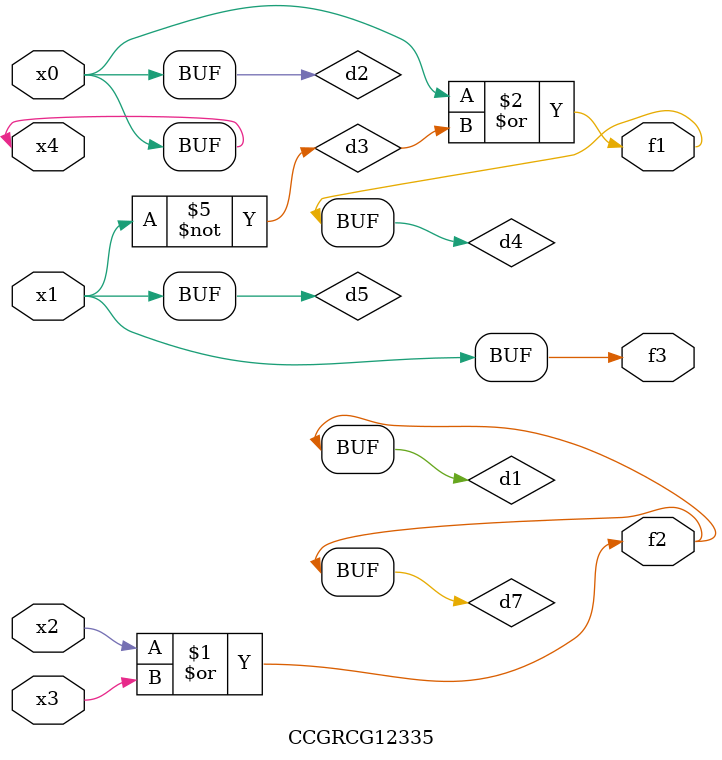
<source format=v>
module CCGRCG12335(
	input x0, x1, x2, x3, x4,
	output f1, f2, f3
);

	wire d1, d2, d3, d4, d5, d6, d7;

	or (d1, x2, x3);
	buf (d2, x0, x4);
	not (d3, x1);
	or (d4, d2, d3);
	not (d5, d3);
	nand (d6, d1, d3);
	or (d7, d1);
	assign f1 = d4;
	assign f2 = d7;
	assign f3 = d5;
endmodule

</source>
